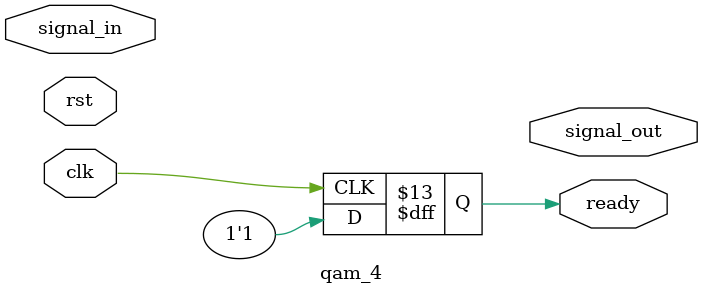
<source format=v>
`timescale 1ns / 1ps


module qam_4(
    input clk,
    input rst, 
//    input select,
    input [1:0] signal_in,
    output reg [31:0] signal_out,
    output reg ready
    );
    
reg [31:0] signal_out_mod;

always @ (posedge clk) begin
        if (!rst) begin
            signal_out_mod <= 0;
            ready <= 1'b1;
        end
        else begin

            case (signal_in) 
                0 : signal_out_mod <= 32'b00000000000000000000000000000001; // 1 + 0j
                1 : signal_out_mod <= 32'b00000000000000000000111111111111; // -1 + 0j
                2 : signal_out_mod <= 32'b00000000000000000000000000000001; // 1 + 0j
                3 : signal_out_mod <= 32'b00000000000000000000111111111111; // -1 + 0j
            endcase 
            
            ready <= 1'b1;
        end
end
    
endmodule

</source>
